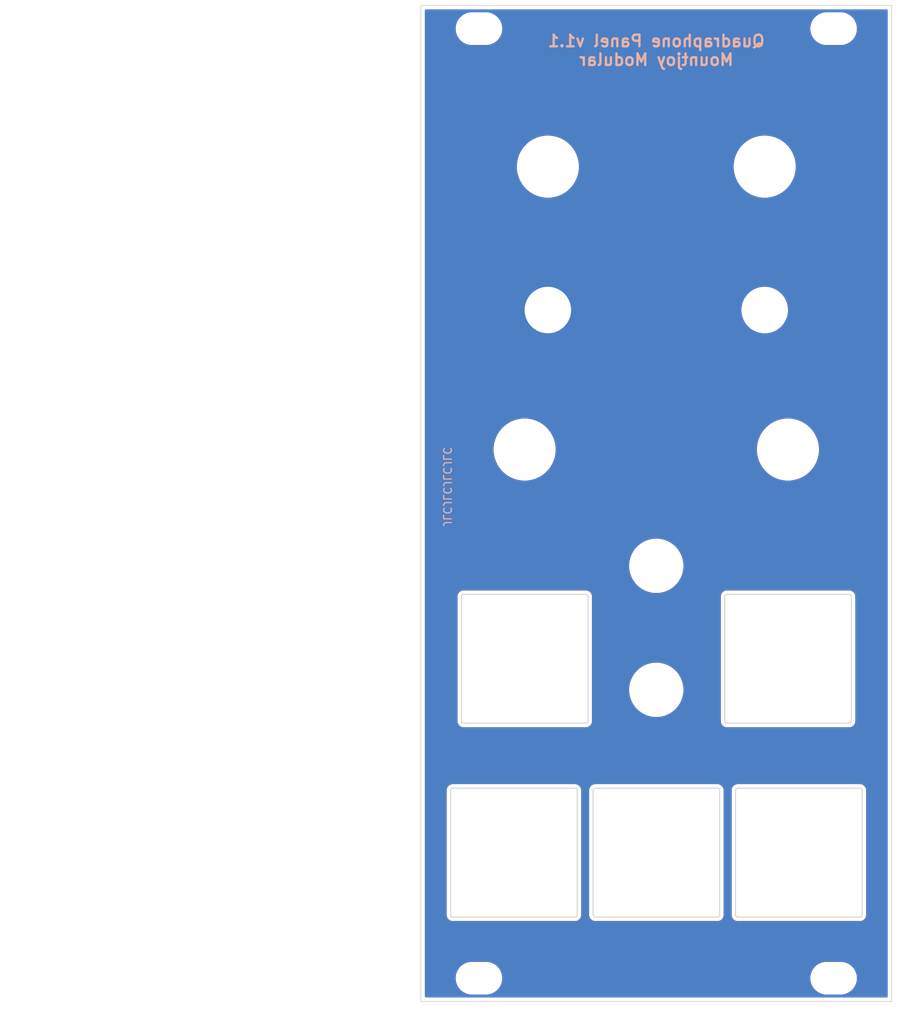
<source format=kicad_pcb>
(kicad_pcb (version 20211014) (generator pcbnew)
  (layers (0 "F.Cu" signal) (31 "B.Cu" signal) (34 "B.Paste" user) (35 "F.Paste" user) (36 "B.SilkS" user "B.Silkscreen") (37 "F.SilkS" user "F.Silkscreen") (38 "B.Mask" user) (39 "F.Mask" user) (44 "Edge.Cuts" user))
  (net 0 "")
  (footprint "kibuzzard-63D122C1" (layer "F.Cu") (at 94 47.5)
    (fp_text reference "kibuzzard-63D122C1" hide)
    (fp_text value "G***" hide)
  )
  (footprint "kibuzzard-63D0FD70" (layer "F.Cu") (at 102 76 -90)
    (fp_text reference "kibuzzard-63D0FD70" hide)
    (fp_text value "G***" hide)
  )
  (footprint "kibuzzard-63D25E01" (layer "F.Cu") (at 90 70)
    (fp_text reference "kibuzzard-63D25E01" hide)
    (fp_text value "G***" hide)
  )
  (footprint "Custom_Footprints:Sub_Miniature_Switch_MountingHole_5mm" (layer "F.Cu") (at 94 76 180)
    (fp_text reference "Ref**" hide)
    (fp_text value "Subminiature_Switch" hide)
    (pad "" np_thru_hole circle locked (at 0 0 180) (size 5 5) (drill 5) (layers *.Cu *.Mask))
  )
  (footprint "Custom_Footprints:Alpha_9mm_pot_hole" (layer "F.Cu") (at 66 57.5 180)
    (fp_text reference "Ref**" hide)
    (fp_text value "Alpha_9mm_pot" hide)
    (pad "" np_thru_hole circle locked (at 0 0 180) (size 7 7) (drill 7) (layers *.Cu *.Mask))
  )
  (footprint "Custom_Footprints:Oval_Mounting_Hole" (layer "F.Cu") (at 102.9 39.7)
    (fp_text reference "Ref**" hide)
    (fp_text value "Oval_Mounting_Hole")
    (pad "" np_thru_hole oval locked (at 0 0) (size 5 3.2) (drill oval 5 3.2) (layers *.Cu *.Mask))
  )
  (footprint "kibuzzard-63D139E5" (layer "F.Cu") (at 63 108.5)
    (fp_text reference "kibuzzard-63D139E5" hide)
    (fp_text value "G***" hide)
  )
  (footprint "Custom_Footprints:Alpha_9mm_pot_hole" (layer "F.Cu") (at 94 57.5 180)
    (fp_text reference "Ref**" hide)
    (fp_text value "Alpha_9mm_pot" hide)
    (pad "" np_thru_hole circle locked (at 0 0 180) (size 7 7) (drill 7) (layers *.Cu *.Mask))
  )
  (footprint "Custom_Footprints:RJ45_Molex_42878-8506_Mounting_Hole" (layer "F.Cu") (at 80 146)
    (fp_text reference "Output" hide)
    (fp_text value "RJ45_Molex_42878-8506_Mounting_Hole")
    (fp_line (start 7.88 8.32) (end -7.88 8.32) (layer "Edge.Cuts") (width 0.12))
    (fp_line (start 8.19 -8.02) (end 8.19 8.02) (layer "Edge.Cuts") (width 0.12))
    (fp_line (start 7.88 -8.32) (end -7.88 -8.32) (layer "Edge.Cuts") (width 0.12))
    (fp_line (start -8.16 -8.02) (end -8.16 8.02) (layer "Edge.Cuts") (width 0.12))
    (fp_arc (start 8.19 8.02) (mid 8.100917 8.238111) (end 7.88 8.32) (layer "Edge.Cuts") (width 0.12))
    (fp_arc (start 7.88 -8.32) (mid 8.096622 -8.233665) (end 8.19 -8.02) (layer "Edge.Cuts") (width 0.12))
    (fp_arc (start -7.88 8.32) (mid -8.081749 8.227632) (end -8.16 8.02) (layer "Edge.Cuts") (width 0.12))
    (fp_arc (start -8.16 -8.02) (mid -8.081443 -8.227347) (end -7.88 -8.32) (layer "Edge.Cuts") (width 0.12))
  )
  (footprint "Custom_Footprints:Alpha_9mm_pot_hole" (layer "F.Cu") (at 97 94 180)
    (fp_text reference "Ref**" hide)
    (fp_text value "Alpha_9mm_pot" hide)
    (pad "" np_thru_hole circle locked (at 0 0 180) (size 7 7) (drill 7) (layers *.Cu *.Mask))
  )
  (footprint "kibuzzard-63D12295" (layer "F.Cu") (at 66 47.5)
    (fp_text reference "kibuzzard-63D12295" hide)
    (fp_text value "G***" hide)
  )
  (footprint "Custom_Footprints:RJ45_Molex_42878-8506_Mounting_Hole" (layer "F.Cu") (at 97 121)
    (fp_text reference "PWM_In" hide)
    (fp_text value "RJ45_Molex_42878-8506_Mounting_Hole")
    (fp_line (start 8.19 -8.02) (end 8.19 8.02) (layer "Edge.Cuts") (width 0.12))
    (fp_line (start -8.16 -8.02) (end -8.16 8.02) (layer "Edge.Cuts") (width 0.12))
    (fp_line (start 7.88 8.32) (end -7.88 8.32) (layer "Edge.Cuts") (width 0.12))
    (fp_line (start 7.88 -8.32) (end -7.88 -8.32) (layer "Edge.Cuts") (width 0.12))
    (fp_arc (start -7.88 8.32) (mid -8.081749 8.227632) (end -8.16 8.02) (layer "Edge.Cuts") (width 0.12))
    (fp_arc (start -8.16 -8.02) (mid -8.081443 -8.227347) (end -7.88 -8.32) (layer "Edge.Cuts") (width 0.12))
    (fp_arc (start 8.19 8.02) (mid 8.100917 8.238111) (end 7.88 8.32) (layer "Edge.Cuts") (width 0.12))
    (fp_arc (start 7.88 -8.32) (mid 8.096622 -8.233665) (end 8.19 -8.02) (layer "Edge.Cuts") (width 0.12))
  )
  (footprint "kibuzzard-63D2A377" (layer "F.Cu") (at 62 134.5)
    (fp_text reference "kibuzzard-63D2A377" hide)
    (fp_text value "G***" hide)
  )
  (footprint "kibuzzard-63D127EA" (layer "F.Cu") (at 80 57.5)
    (fp_text reference "kibuzzard-63D127EA" hide)
    (fp_text value "G***" hide)
  )
  (footprint "Custom_Footprints:DPDT_Switch_MountingHole_6mm" (layer "F.Cu") (at 66 76)
    (fp_text reference "Ref**" hide)
    (fp_text value "Subminiature_Switch" hide)
    (pad "" np_thru_hole circle (at 0 0) (size 6.2 6.2) (drill 6) (layers F&B.Cu *.Mask))
  )
  (footprint "Custom_Footprints:Oval_Mounting_Hole" (layer "F.Cu") (at 102.9 162.2)
    (fp_text reference "Ref**" hide)
    (fp_text value "Oval_Mounting_Hole")
    (pad "" np_thru_hole oval locked (at 0 0) (size 5 3.2) (drill oval 5 3.2) (layers *.Cu *.Mask))
  )
  (footprint "kibuzzard-63D2A3C5" (layer "F.Cu") (at 80 134.5)
    (fp_text reference "kibuzzard-63D2A3C5" hide)
    (fp_text value "G***" hide)
  )
  (footprint "Graphics:QuadraphoneLogo" (layer "F.Cu") (at 79.962909 40.424006)
    (fp_text reference "G***" hide)
    (fp_text value "LOGO" hide)
  )
  (footprint "Custom_Footprints:Thonkiconn_Socket_MountingHole_6mm" (layer "F.Cu") (at 80 125 180)
    (fp_text reference "Ref**" hide)
    (fp_text value "Thonkiconn_Socket_MountingHole_6mm")
    (pad "" np_thru_hole circle locked (at 0 0 180) (size 6 6) (drill 6) (layers *.Cu *.Mask))
  )
  (footprint "kibuzzard-63D13A10" (layer "F.Cu") (at 98.5 134.5)
    (fp_text reference "kibuzzard-63D13A10" hide)
    (fp_text value "G***" hide)
  )
  (footprint "kibuzzard-63D25EC7" (layer "F.Cu") (at 80 100.1 90)
    (fp_text reference "kibuzzard-63D25EC7" hide)
    (fp_text value "G***" hide)
  )
  (footprint "kibuzzard-63D1286A" (layer "F.Cu") (at 90 82)
    (fp_text reference "kibuzzard-63D1286A" hide)
    (fp_text value "G***" hide)
  )
  (footprint "Custom_Footprints:Alpha_9mm_pot_hole" (layer "F.Cu") (at 63 94 180)
    (fp_text reference "Ref**" hide)
    (fp_text value "Alpha_9mm_pot" hide)
    (pad "" np_thru_hole circle locked (at 0 0 180) (size 7 7) (drill 7) (layers *.Cu *.Mask))
  )
  (footprint "Custom_Footprints:RJ45_Molex_42878-8506_Mounting_Hole" (layer "F.Cu") (at 98.4 146)
    (fp_text reference "Synch_In" hide)
    (fp_text value "RJ45_Molex_42878-8506_Mounting_Hole")
    (fp_line (start 8.19 -8.02) (end 8.19 8.02) (layer "Edge.Cuts") (width 0.12))
    (fp_line (start 7.88 -8.32) (end -7.88 -8.32) (layer "Edge.Cuts") (width 0.12))
    (fp_line (start 7.88 8.32) (end -7.88 8.32) (layer "Edge.Cuts") (width 0.12))
    (fp_line (start -8.16 -8.02) (end -8.16 8.02) (layer "Edge.Cuts") (width 0.12))
    (fp_arc (start -7.88 8.32) (mid -8.081749 8.227632) (end -8.16 8.02) (layer "Edge.Cuts") (width 0.12))
    (fp_arc (start -8.16 -8.02) (mid -8.081443 -8.227347) (end -7.88 -8.32) (layer "Edge.Cuts") (width 0.12))
    (fp_arc (start 8.19 8.02) (mid 8.100917 8.238111) (end 7.88 8.32) (layer "Edge.Cuts") (width 0.12))
    (fp_arc (start 7.88 -8.32) (mid 8.096622 -8.233665) (end 8.19 -8.02) (layer "Edge.Cuts") (width 0.12))
  )
  (footprint "Custom_Footprints:Oval_Mounting_Hole" (layer "F.Cu") (at 57.1 162.2)
    (fp_text reference "Ref**" hide)
    (fp_text value "Oval_Mounting_Hole")
    (pad "" np_thru_hole oval locked (at 0 0) (size 5 3.2) (drill oval 5 3.2) (layers *.Cu *.Mask))
  )
  (footprint "Custom_Footprints:Thonkiconn_Socket_MountingHole_6mm" (layer "F.Cu") (at 80 109 180)
    (fp_text reference "Ref**" hide)
    (fp_text value "Thonkiconn_Socket_MountingHole_6mm")
    (pad "" np_thru_hole circle locked (at 0 0 180) (size 6 6) (drill 6) (layers *.Cu *.Mask))
  )
  (footprint "kibuzzard-63D122DE" (layer "F.Cu") (at 58 76 90)
    (fp_text reference "kibuzzard-63D122DE" hide)
    (fp_text value "G***" hide)
  )
  (footprint "Custom_Footprints:RJ45_Molex_42878-8506_Mounting_Hole" (layer "F.Cu") (at 63 121)
    (fp_text reference "FM_In" hide)
    (fp_text value "RJ45_Molex_42878-8506_Mounting_Hole")
    (fp_line (start -8.16 -8.02) (end -8.16 8.02) (layer "Edge.Cuts") (width 0.12))
    (fp_line (start 7.88 8.32) (end -7.88 8.32) (layer "Edge.Cuts") (width 0.12))
    (fp_line (start 8.19 -8.02) (end 8.19 8.02) (layer "Edge.Cuts") (width 0.12))
    (fp_line (start 7.88 -8.32) (end -7.88 -8.32) (layer "Edge.Cuts") (width 0.12))
    (fp_arc (start -7.88 8.32) (mid -8.081749 8.227632) (end -8.16 8.02) (layer "Edge.Cuts") (width 0.12))
    (fp_arc (start 7.88 -8.32) (mid 8.096622 -8.233665) (end 8.19 -8.02) (layer "Edge.Cuts") (width 0.12))
    (fp_arc (start -8.16 -8.02) (mid -8.081443 -8.227347) (end -7.88 -8.32) (layer "Edge.Cuts") (width 0.12))
    (fp_arc (start 8.19 8.02) (mid 8.100917 8.238111) (end 7.88 8.32) (layer "Edge.Cuts") (width 0.12))
  )
  (footprint "Custom_Footprints:Oval_Mounting_Hole" (layer "F.Cu") (at 57.1 39.7)
    (fp_text reference "Ref**" hide)
    (fp_text value "Oval_Mounting_Hole")
    (pad "" np_thru_hole oval locked (at 0 0) (size 5 3.2) (drill oval 5 3.2) (layers *.Cu *.Mask))
  )
  (footprint "Custom_Footprints:RJ45_Molex_42878-8506_Mounting_Hole" (layer "F.Cu") (at 61.6 146)
    (fp_text reference "V_per_Oct_In" hide)
    (fp_text value "RJ45_Molex_42878-8506_Mounting_Hole")
    (fp_line (start 7.88 -8.32) (end -7.88 -8.32) (layer "Edge.Cuts") (width 0.12))
    (fp_line (start 8.19 -8.02) (end 8.19 8.02) (layer "Edge.Cuts") (width 0.12))
    (fp_line (start 7.88 8.32) (end -7.88 8.32) (layer "Edge.Cuts") (width 0.12))
    (fp_line (start -8.16 -8.02) (end -8.16 8.02) (layer "Edge.Cuts") (width 0.12))
    (fp_arc (start -7.88 8.32) (mid -8.081749 8.227632) (end -8.16 8.02) (layer "Edge.Cuts") (width 0.12))
    (fp_arc (start 7.88 -8.32) (mid 8.096622 -8.233665) (end 8.19 -8.02) (layer "Edge.Cuts") (width 0.12))
    (fp_arc (start 8.19 8.02) (mid 8.100917 8.238111) (end 7.88 8.32) (layer "Edge.Cuts") (width 0.12))
    (fp_arc (start -8.16 -8.02) (mid -8.081443 -8.227347) (end -7.88 -8.32) (layer "Edge.Cuts") (width 0.12))
  )
  (footprint "kibuzzard-63D12809" (layer "F.Cu") (at 97 106.6 -90)
    (fp_text reference "kibuzzard-63D12809" hide)
    (fp_text value "G***" hide)
  )
  (gr_line (start 49.6 165.2) (end 110.4 165.2) (layer "Edge.Cuts") (width 0.1))
  (gr_line (start 49.6 36.7) (end 49.6 165.2) (layer "Edge.Cuts") (width 0.1))
  (gr_line (start 110.4 36.7) (end 110.4 165.2) (layer "Edge.Cuts") (width 0.1))
  (gr_line (start 49.6 36.7) (end 110.4 36.7) (layer "Edge.Cuts") (width 0.1))
  (gr_text "Quadraphone Panel v1.1\nMountjoy Modular" (at 80 42.5) (layer "B.SilkS") (effects (font (size 1.5 1.5) (thickness 0.3)) (justify mirror)))
  (gr_text "JLCJLCJLCJLC" (at 53 98.8 -90) (layer "B.SilkS") (effects (font (size 1 1)) (justify mirror)))
  (zone (net 0) (net_name "") (layer "F.Cu") (connect_pads (clearance 0.508)) (min_thickness 0.254) (fill yes (thermal_gap 0.508) (thermal_bridge_width 0.508) (smoothing fillet) (radius 2))
    (polygon (pts (xy 108 43.5) (xy 52 43.5) (xy 52 37.5) (xy 108 37.5)))
  )
  (zone (net 0) (net_name "") (layer "F.Cu") (connect_pads (clearance 0.508)) (min_thickness 0.254) (fill yes (thermal_gap 0.508) (thermal_bridge_width 0.508) (smoothing fillet) (radius 2))
    (polygon (pts (xy 108 164.5) (xy 52 164.5) (xy 52 159.5) (xy 108 159.5)))
  )
  (zone (net 0) (net_name "") (layer "F.Cu") (connect_pads (clearance 0.508)) (min_thickness 0.254) (fill yes (thermal_gap 0.508) (thermal_bridge_width 0.508) (smoothing fillet) (radius 2))
    (polygon (pts (xy 108 85) (xy 86 85) (xy 86 67) (xy 108 67)))
  )
  (zone (net 0) (net_name "") (layer "F.Cu") (connect_pads (clearance 0.508)) (min_thickness 0.254) (fill yes (thermal_gap 0.508) (thermal_bridge_width 0.508) (smoothing fillet) (radius 2))
    (polygon (pts (xy 108 66) (xy 52 66) (xy 52 44.5) (xy 108 44.5)))
  )
  (zone (net 0) (net_name "") (layer "F.Cu") (connect_pads (clearance 0.508)) (min_thickness 0.254) (fill yes (thermal_gap 0.508) (thermal_bridge_width 0.508) (smoothing fillet) (radius 2))
    (polygon (pts (xy 108 131) (xy 74.5 131) (xy 74.5 118.5) (xy 86.1 118.5) (xy 86 86) (xy 108 86)))
  )
  (zone (net 0) (net_name "") (layer "F.Cu") (connect_pads (clearance 0.508)) (min_thickness 0.254) (fill yes (thermal_gap 0.508) (thermal_bridge_width 0.508) (smoothing fillet) (radius 2))
    (polygon (pts (xy 73.5 131) (xy 52 131) (xy 52 104.5) (xy 73.5 104.5)))
  )
  (zone (net 0) (net_name "") (layer "F.Cu") (connect_pads (clearance 0.508)) (min_thickness 0.254) (fill yes (thermal_gap 0.508) (thermal_bridge_width 0.508) (smoothing fillet) (radius 2))
    (polygon (pts (xy 85 85) (xy 52 85) (xy 52 67) (xy 85 67)))
  )
  (zone (net 0) (net_name "") (layer "F.Cu") (connect_pads (clearance 0.508)) (min_thickness 0.254) (fill yes (thermal_gap 0.508) (thermal_bridge_width 0.508) (smoothing fillet) (radius 2))
    (polygon (pts (xy 108 158.5) (xy 52 158.5) (xy 52 132) (xy 108 132)))
  )
  (zone (net 0) (net_name "") (layer "F.Cu") (connect_pads (clearance 0.508)) (min_thickness 0.254) (fill yes (thermal_gap 0.508) (thermal_bridge_width 0.508) (smoothing fillet) (radius 2))
    (polygon (pts (xy 85 103) (xy 85 117.5) (xy 74.5 117.5) (xy 74.5 103.5) (xy 52 103.5) (xy 52 86) (xy 85 86)))
  )
  (zone (net 0) (net_name "") (layer "B.Cu") (connect_pads (clearance 0.508)) (min_thickness 0.254) (fill yes (thermal_gap 0.508) (thermal_bridge_width 0.508))
    (polygon (pts (xy 49 36) (xy 111 36) (xy 111 166) (xy 49 166)))
  )
)
</source>
